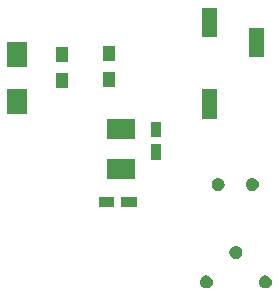
<source format=gts>
G04 #@! TF.GenerationSoftware,KiCad,Pcbnew,5.1.0*
G04 #@! TF.CreationDate,2019-04-07T16:46:14+09:00*
G04 #@! TF.ProjectId,micro_cmos_guy,6d696372-6f5f-4636-9d6f-735f6775792e,rev?*
G04 #@! TF.SameCoordinates,Original*
G04 #@! TF.FileFunction,Soldermask,Top*
G04 #@! TF.FilePolarity,Negative*
%FSLAX46Y46*%
G04 Gerber Fmt 4.6, Leading zero omitted, Abs format (unit mm)*
G04 Created by KiCad (PCBNEW 5.1.0) date 2019-04-07 16:46:14*
%MOMM*%
%LPD*%
G04 APERTURE LIST*
%ADD10C,0.100000*%
G04 APERTURE END LIST*
D10*
G36*
X131160721Y-111970174D02*
G01*
X131260995Y-112011709D01*
X131260996Y-112011710D01*
X131351242Y-112072010D01*
X131427990Y-112148758D01*
X131427991Y-112148760D01*
X131488291Y-112239005D01*
X131529826Y-112339279D01*
X131551000Y-112445730D01*
X131551000Y-112554270D01*
X131529826Y-112660721D01*
X131488291Y-112760995D01*
X131488290Y-112760996D01*
X131427990Y-112851242D01*
X131351242Y-112927990D01*
X131305812Y-112958345D01*
X131260995Y-112988291D01*
X131160721Y-113029826D01*
X131054270Y-113051000D01*
X130945730Y-113051000D01*
X130839279Y-113029826D01*
X130739005Y-112988291D01*
X130694188Y-112958345D01*
X130648758Y-112927990D01*
X130572010Y-112851242D01*
X130511710Y-112760996D01*
X130511709Y-112760995D01*
X130470174Y-112660721D01*
X130449000Y-112554270D01*
X130449000Y-112445730D01*
X130470174Y-112339279D01*
X130511709Y-112239005D01*
X130572009Y-112148760D01*
X130572010Y-112148758D01*
X130648758Y-112072010D01*
X130739004Y-112011710D01*
X130739005Y-112011709D01*
X130839279Y-111970174D01*
X130945730Y-111949000D01*
X131054270Y-111949000D01*
X131160721Y-111970174D01*
X131160721Y-111970174D01*
G37*
G36*
X126160721Y-111970174D02*
G01*
X126260995Y-112011709D01*
X126260996Y-112011710D01*
X126351242Y-112072010D01*
X126427990Y-112148758D01*
X126427991Y-112148760D01*
X126488291Y-112239005D01*
X126529826Y-112339279D01*
X126551000Y-112445730D01*
X126551000Y-112554270D01*
X126529826Y-112660721D01*
X126488291Y-112760995D01*
X126488290Y-112760996D01*
X126427990Y-112851242D01*
X126351242Y-112927990D01*
X126305812Y-112958345D01*
X126260995Y-112988291D01*
X126160721Y-113029826D01*
X126054270Y-113051000D01*
X125945730Y-113051000D01*
X125839279Y-113029826D01*
X125739005Y-112988291D01*
X125694188Y-112958345D01*
X125648758Y-112927990D01*
X125572010Y-112851242D01*
X125511710Y-112760996D01*
X125511709Y-112760995D01*
X125470174Y-112660721D01*
X125449000Y-112554270D01*
X125449000Y-112445730D01*
X125470174Y-112339279D01*
X125511709Y-112239005D01*
X125572009Y-112148760D01*
X125572010Y-112148758D01*
X125648758Y-112072010D01*
X125739004Y-112011710D01*
X125739005Y-112011709D01*
X125839279Y-111970174D01*
X125945730Y-111949000D01*
X126054270Y-111949000D01*
X126160721Y-111970174D01*
X126160721Y-111970174D01*
G37*
G36*
X128660721Y-109470174D02*
G01*
X128760995Y-109511709D01*
X128760996Y-109511710D01*
X128851242Y-109572010D01*
X128927990Y-109648758D01*
X128927991Y-109648760D01*
X128988291Y-109739005D01*
X129029826Y-109839279D01*
X129051000Y-109945730D01*
X129051000Y-110054270D01*
X129029826Y-110160721D01*
X128988291Y-110260995D01*
X128988290Y-110260996D01*
X128927990Y-110351242D01*
X128851242Y-110427990D01*
X128805812Y-110458345D01*
X128760995Y-110488291D01*
X128660721Y-110529826D01*
X128554270Y-110551000D01*
X128445730Y-110551000D01*
X128339279Y-110529826D01*
X128239005Y-110488291D01*
X128194188Y-110458345D01*
X128148758Y-110427990D01*
X128072010Y-110351242D01*
X128011710Y-110260996D01*
X128011709Y-110260995D01*
X127970174Y-110160721D01*
X127949000Y-110054270D01*
X127949000Y-109945730D01*
X127970174Y-109839279D01*
X128011709Y-109739005D01*
X128072009Y-109648760D01*
X128072010Y-109648758D01*
X128148758Y-109572010D01*
X128239004Y-109511710D01*
X128239005Y-109511709D01*
X128339279Y-109470174D01*
X128445730Y-109449000D01*
X128554270Y-109449000D01*
X128660721Y-109470174D01*
X128660721Y-109470174D01*
G37*
G36*
X120101000Y-106176000D02*
G01*
X118799000Y-106176000D01*
X118799000Y-105324000D01*
X120101000Y-105324000D01*
X120101000Y-106176000D01*
X120101000Y-106176000D01*
G37*
G36*
X118201000Y-106176000D02*
G01*
X116899000Y-106176000D01*
X116899000Y-105324000D01*
X118201000Y-105324000D01*
X118201000Y-106176000D01*
X118201000Y-106176000D01*
G37*
G36*
X127160721Y-103720174D02*
G01*
X127260995Y-103761709D01*
X127260996Y-103761710D01*
X127351242Y-103822010D01*
X127427990Y-103898758D01*
X127427991Y-103898760D01*
X127488291Y-103989005D01*
X127529826Y-104089279D01*
X127551000Y-104195730D01*
X127551000Y-104304270D01*
X127529826Y-104410721D01*
X127488291Y-104510995D01*
X127488290Y-104510996D01*
X127427990Y-104601242D01*
X127351242Y-104677990D01*
X127305812Y-104708345D01*
X127260995Y-104738291D01*
X127160721Y-104779826D01*
X127054270Y-104801000D01*
X126945730Y-104801000D01*
X126839279Y-104779826D01*
X126739005Y-104738291D01*
X126694188Y-104708345D01*
X126648758Y-104677990D01*
X126572010Y-104601242D01*
X126511710Y-104510996D01*
X126511709Y-104510995D01*
X126470174Y-104410721D01*
X126449000Y-104304270D01*
X126449000Y-104195730D01*
X126470174Y-104089279D01*
X126511709Y-103989005D01*
X126572009Y-103898760D01*
X126572010Y-103898758D01*
X126648758Y-103822010D01*
X126739004Y-103761710D01*
X126739005Y-103761709D01*
X126839279Y-103720174D01*
X126945730Y-103699000D01*
X127054270Y-103699000D01*
X127160721Y-103720174D01*
X127160721Y-103720174D01*
G37*
G36*
X130060721Y-103720174D02*
G01*
X130160995Y-103761709D01*
X130160996Y-103761710D01*
X130251242Y-103822010D01*
X130327990Y-103898758D01*
X130327991Y-103898760D01*
X130388291Y-103989005D01*
X130429826Y-104089279D01*
X130451000Y-104195730D01*
X130451000Y-104304270D01*
X130429826Y-104410721D01*
X130388291Y-104510995D01*
X130388290Y-104510996D01*
X130327990Y-104601242D01*
X130251242Y-104677990D01*
X130205812Y-104708345D01*
X130160995Y-104738291D01*
X130060721Y-104779826D01*
X129954270Y-104801000D01*
X129845730Y-104801000D01*
X129739279Y-104779826D01*
X129639005Y-104738291D01*
X129594188Y-104708345D01*
X129548758Y-104677990D01*
X129472010Y-104601242D01*
X129411710Y-104510996D01*
X129411709Y-104510995D01*
X129370174Y-104410721D01*
X129349000Y-104304270D01*
X129349000Y-104195730D01*
X129370174Y-104089279D01*
X129411709Y-103989005D01*
X129472009Y-103898760D01*
X129472010Y-103898758D01*
X129548758Y-103822010D01*
X129639004Y-103761710D01*
X129639005Y-103761709D01*
X129739279Y-103720174D01*
X129845730Y-103699000D01*
X129954270Y-103699000D01*
X130060721Y-103720174D01*
X130060721Y-103720174D01*
G37*
G36*
X119926000Y-103801000D02*
G01*
X117574000Y-103801000D01*
X117574000Y-102099000D01*
X119926000Y-102099000D01*
X119926000Y-103801000D01*
X119926000Y-103801000D01*
G37*
G36*
X122176000Y-102151000D02*
G01*
X121324000Y-102151000D01*
X121324000Y-100849000D01*
X122176000Y-100849000D01*
X122176000Y-102151000D01*
X122176000Y-102151000D01*
G37*
G36*
X119926000Y-100401000D02*
G01*
X117574000Y-100401000D01*
X117574000Y-98699000D01*
X119926000Y-98699000D01*
X119926000Y-100401000D01*
X119926000Y-100401000D01*
G37*
G36*
X122176000Y-100251000D02*
G01*
X121324000Y-100251000D01*
X121324000Y-98949000D01*
X122176000Y-98949000D01*
X122176000Y-100251000D01*
X122176000Y-100251000D01*
G37*
G36*
X126901000Y-98701000D02*
G01*
X125599000Y-98701000D01*
X125599000Y-96199000D01*
X126901000Y-96199000D01*
X126901000Y-98701000D01*
X126901000Y-98701000D01*
G37*
G36*
X110851000Y-98301000D02*
G01*
X109149000Y-98301000D01*
X109149000Y-96199000D01*
X110851000Y-96199000D01*
X110851000Y-98301000D01*
X110851000Y-98301000D01*
G37*
G36*
X114251000Y-96101000D02*
G01*
X113249000Y-96101000D01*
X113249000Y-94799000D01*
X114251000Y-94799000D01*
X114251000Y-96101000D01*
X114251000Y-96101000D01*
G37*
G36*
X118251000Y-96001000D02*
G01*
X117249000Y-96001000D01*
X117249000Y-94699000D01*
X118251000Y-94699000D01*
X118251000Y-96001000D01*
X118251000Y-96001000D01*
G37*
G36*
X110851000Y-94301000D02*
G01*
X109149000Y-94301000D01*
X109149000Y-92199000D01*
X110851000Y-92199000D01*
X110851000Y-94301000D01*
X110851000Y-94301000D01*
G37*
G36*
X114251000Y-93901000D02*
G01*
X113249000Y-93901000D01*
X113249000Y-92599000D01*
X114251000Y-92599000D01*
X114251000Y-93901000D01*
X114251000Y-93901000D01*
G37*
G36*
X118251000Y-93801000D02*
G01*
X117249000Y-93801000D01*
X117249000Y-92499000D01*
X118251000Y-92499000D01*
X118251000Y-93801000D01*
X118251000Y-93801000D01*
G37*
G36*
X130901000Y-93501000D02*
G01*
X129599000Y-93501000D01*
X129599000Y-90999000D01*
X130901000Y-90999000D01*
X130901000Y-93501000D01*
X130901000Y-93501000D01*
G37*
G36*
X126901000Y-91801000D02*
G01*
X125599000Y-91801000D01*
X125599000Y-89299000D01*
X126901000Y-89299000D01*
X126901000Y-91801000D01*
X126901000Y-91801000D01*
G37*
M02*

</source>
